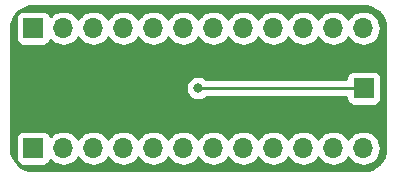
<source format=gbl>
G04 #@! TF.GenerationSoftware,KiCad,Pcbnew,(5.1.4-6-g300381ba4)-1*
G04 #@! TF.CreationDate,2019-11-22T10:46:46+00:00*
G04 #@! TF.ProjectId,qfn-24-breakout,71666e2d-3234-42d6-9272-65616b6f7574,rev?*
G04 #@! TF.SameCoordinates,Original*
G04 #@! TF.FileFunction,Copper,L2,Bot*
G04 #@! TF.FilePolarity,Positive*
%FSLAX46Y46*%
G04 Gerber Fmt 4.6, Leading zero omitted, Abs format (unit mm)*
G04 Created by KiCad (PCBNEW (5.1.4-6-g300381ba4)-1) date 2019-11-22 10:46:46*
%MOMM*%
%LPD*%
G04 APERTURE LIST*
%ADD10R,1.700000X1.700000*%
%ADD11O,1.700000X1.700000*%
%ADD12C,0.800000*%
%ADD13C,0.250000*%
%ADD14C,0.254000*%
G04 APERTURE END LIST*
D10*
X205800000Y-73660000D03*
D11*
X205740000Y-78740000D03*
X203200000Y-78740000D03*
X200660000Y-78740000D03*
X198120000Y-78740000D03*
X195580000Y-78740000D03*
X193040000Y-78740000D03*
X190500000Y-78740000D03*
X187960000Y-78740000D03*
X185420000Y-78740000D03*
X182880000Y-78740000D03*
X180340000Y-78740000D03*
D10*
X177800000Y-78740000D03*
X177800000Y-68580000D03*
D11*
X180340000Y-68580000D03*
X182880000Y-68580000D03*
X185420000Y-68580000D03*
X187960000Y-68580000D03*
X190500000Y-68580000D03*
X193040000Y-68580000D03*
X195580000Y-68580000D03*
X198120000Y-68580000D03*
X200660000Y-68580000D03*
X203200000Y-68580000D03*
X205740000Y-68580000D03*
D12*
X191770000Y-73660000D03*
D13*
X191770000Y-73660000D02*
X205800000Y-73660000D01*
D14*
G36*
X206104545Y-66738909D02*
G01*
X206455208Y-66844780D01*
X206778625Y-67016744D01*
X207062484Y-67248254D01*
X207295965Y-67530486D01*
X207470183Y-67852695D01*
X207578502Y-68202614D01*
X207620001Y-68597452D01*
X207620000Y-78707721D01*
X207581091Y-79104545D01*
X207475220Y-79455206D01*
X207303257Y-79778623D01*
X207071748Y-80062482D01*
X206789514Y-80295965D01*
X206467304Y-80470184D01*
X206117385Y-80578502D01*
X205722557Y-80620000D01*
X177832279Y-80620000D01*
X177435455Y-80581091D01*
X177084794Y-80475220D01*
X176761377Y-80303257D01*
X176477518Y-80071748D01*
X176244035Y-79789514D01*
X176069816Y-79467304D01*
X175961498Y-79117385D01*
X175920000Y-78722557D01*
X175920000Y-77890000D01*
X176311928Y-77890000D01*
X176311928Y-79590000D01*
X176324188Y-79714482D01*
X176360498Y-79834180D01*
X176419463Y-79944494D01*
X176498815Y-80041185D01*
X176595506Y-80120537D01*
X176705820Y-80179502D01*
X176825518Y-80215812D01*
X176950000Y-80228072D01*
X178650000Y-80228072D01*
X178774482Y-80215812D01*
X178894180Y-80179502D01*
X179004494Y-80120537D01*
X179101185Y-80041185D01*
X179180537Y-79944494D01*
X179239502Y-79834180D01*
X179260393Y-79765313D01*
X179284866Y-79795134D01*
X179510986Y-79980706D01*
X179768966Y-80118599D01*
X180048889Y-80203513D01*
X180267050Y-80225000D01*
X180412950Y-80225000D01*
X180631111Y-80203513D01*
X180911034Y-80118599D01*
X181169014Y-79980706D01*
X181395134Y-79795134D01*
X181580706Y-79569014D01*
X181610000Y-79514209D01*
X181639294Y-79569014D01*
X181824866Y-79795134D01*
X182050986Y-79980706D01*
X182308966Y-80118599D01*
X182588889Y-80203513D01*
X182807050Y-80225000D01*
X182952950Y-80225000D01*
X183171111Y-80203513D01*
X183451034Y-80118599D01*
X183709014Y-79980706D01*
X183935134Y-79795134D01*
X184120706Y-79569014D01*
X184150000Y-79514209D01*
X184179294Y-79569014D01*
X184364866Y-79795134D01*
X184590986Y-79980706D01*
X184848966Y-80118599D01*
X185128889Y-80203513D01*
X185347050Y-80225000D01*
X185492950Y-80225000D01*
X185711111Y-80203513D01*
X185991034Y-80118599D01*
X186249014Y-79980706D01*
X186475134Y-79795134D01*
X186660706Y-79569014D01*
X186690000Y-79514209D01*
X186719294Y-79569014D01*
X186904866Y-79795134D01*
X187130986Y-79980706D01*
X187388966Y-80118599D01*
X187668889Y-80203513D01*
X187887050Y-80225000D01*
X188032950Y-80225000D01*
X188251111Y-80203513D01*
X188531034Y-80118599D01*
X188789014Y-79980706D01*
X189015134Y-79795134D01*
X189200706Y-79569014D01*
X189230000Y-79514209D01*
X189259294Y-79569014D01*
X189444866Y-79795134D01*
X189670986Y-79980706D01*
X189928966Y-80118599D01*
X190208889Y-80203513D01*
X190427050Y-80225000D01*
X190572950Y-80225000D01*
X190791111Y-80203513D01*
X191071034Y-80118599D01*
X191329014Y-79980706D01*
X191555134Y-79795134D01*
X191740706Y-79569014D01*
X191770000Y-79514209D01*
X191799294Y-79569014D01*
X191984866Y-79795134D01*
X192210986Y-79980706D01*
X192468966Y-80118599D01*
X192748889Y-80203513D01*
X192967050Y-80225000D01*
X193112950Y-80225000D01*
X193331111Y-80203513D01*
X193611034Y-80118599D01*
X193869014Y-79980706D01*
X194095134Y-79795134D01*
X194280706Y-79569014D01*
X194310000Y-79514209D01*
X194339294Y-79569014D01*
X194524866Y-79795134D01*
X194750986Y-79980706D01*
X195008966Y-80118599D01*
X195288889Y-80203513D01*
X195507050Y-80225000D01*
X195652950Y-80225000D01*
X195871111Y-80203513D01*
X196151034Y-80118599D01*
X196409014Y-79980706D01*
X196635134Y-79795134D01*
X196820706Y-79569014D01*
X196850000Y-79514209D01*
X196879294Y-79569014D01*
X197064866Y-79795134D01*
X197290986Y-79980706D01*
X197548966Y-80118599D01*
X197828889Y-80203513D01*
X198047050Y-80225000D01*
X198192950Y-80225000D01*
X198411111Y-80203513D01*
X198691034Y-80118599D01*
X198949014Y-79980706D01*
X199175134Y-79795134D01*
X199360706Y-79569014D01*
X199390000Y-79514209D01*
X199419294Y-79569014D01*
X199604866Y-79795134D01*
X199830986Y-79980706D01*
X200088966Y-80118599D01*
X200368889Y-80203513D01*
X200587050Y-80225000D01*
X200732950Y-80225000D01*
X200951111Y-80203513D01*
X201231034Y-80118599D01*
X201489014Y-79980706D01*
X201715134Y-79795134D01*
X201900706Y-79569014D01*
X201930000Y-79514209D01*
X201959294Y-79569014D01*
X202144866Y-79795134D01*
X202370986Y-79980706D01*
X202628966Y-80118599D01*
X202908889Y-80203513D01*
X203127050Y-80225000D01*
X203272950Y-80225000D01*
X203491111Y-80203513D01*
X203771034Y-80118599D01*
X204029014Y-79980706D01*
X204255134Y-79795134D01*
X204440706Y-79569014D01*
X204470000Y-79514209D01*
X204499294Y-79569014D01*
X204684866Y-79795134D01*
X204910986Y-79980706D01*
X205168966Y-80118599D01*
X205448889Y-80203513D01*
X205667050Y-80225000D01*
X205812950Y-80225000D01*
X206031111Y-80203513D01*
X206311034Y-80118599D01*
X206569014Y-79980706D01*
X206795134Y-79795134D01*
X206980706Y-79569014D01*
X207118599Y-79311034D01*
X207203513Y-79031111D01*
X207232185Y-78740000D01*
X207203513Y-78448889D01*
X207118599Y-78168966D01*
X206980706Y-77910986D01*
X206795134Y-77684866D01*
X206569014Y-77499294D01*
X206311034Y-77361401D01*
X206031111Y-77276487D01*
X205812950Y-77255000D01*
X205667050Y-77255000D01*
X205448889Y-77276487D01*
X205168966Y-77361401D01*
X204910986Y-77499294D01*
X204684866Y-77684866D01*
X204499294Y-77910986D01*
X204470000Y-77965791D01*
X204440706Y-77910986D01*
X204255134Y-77684866D01*
X204029014Y-77499294D01*
X203771034Y-77361401D01*
X203491111Y-77276487D01*
X203272950Y-77255000D01*
X203127050Y-77255000D01*
X202908889Y-77276487D01*
X202628966Y-77361401D01*
X202370986Y-77499294D01*
X202144866Y-77684866D01*
X201959294Y-77910986D01*
X201930000Y-77965791D01*
X201900706Y-77910986D01*
X201715134Y-77684866D01*
X201489014Y-77499294D01*
X201231034Y-77361401D01*
X200951111Y-77276487D01*
X200732950Y-77255000D01*
X200587050Y-77255000D01*
X200368889Y-77276487D01*
X200088966Y-77361401D01*
X199830986Y-77499294D01*
X199604866Y-77684866D01*
X199419294Y-77910986D01*
X199390000Y-77965791D01*
X199360706Y-77910986D01*
X199175134Y-77684866D01*
X198949014Y-77499294D01*
X198691034Y-77361401D01*
X198411111Y-77276487D01*
X198192950Y-77255000D01*
X198047050Y-77255000D01*
X197828889Y-77276487D01*
X197548966Y-77361401D01*
X197290986Y-77499294D01*
X197064866Y-77684866D01*
X196879294Y-77910986D01*
X196850000Y-77965791D01*
X196820706Y-77910986D01*
X196635134Y-77684866D01*
X196409014Y-77499294D01*
X196151034Y-77361401D01*
X195871111Y-77276487D01*
X195652950Y-77255000D01*
X195507050Y-77255000D01*
X195288889Y-77276487D01*
X195008966Y-77361401D01*
X194750986Y-77499294D01*
X194524866Y-77684866D01*
X194339294Y-77910986D01*
X194310000Y-77965791D01*
X194280706Y-77910986D01*
X194095134Y-77684866D01*
X193869014Y-77499294D01*
X193611034Y-77361401D01*
X193331111Y-77276487D01*
X193112950Y-77255000D01*
X192967050Y-77255000D01*
X192748889Y-77276487D01*
X192468966Y-77361401D01*
X192210986Y-77499294D01*
X191984866Y-77684866D01*
X191799294Y-77910986D01*
X191770000Y-77965791D01*
X191740706Y-77910986D01*
X191555134Y-77684866D01*
X191329014Y-77499294D01*
X191071034Y-77361401D01*
X190791111Y-77276487D01*
X190572950Y-77255000D01*
X190427050Y-77255000D01*
X190208889Y-77276487D01*
X189928966Y-77361401D01*
X189670986Y-77499294D01*
X189444866Y-77684866D01*
X189259294Y-77910986D01*
X189230000Y-77965791D01*
X189200706Y-77910986D01*
X189015134Y-77684866D01*
X188789014Y-77499294D01*
X188531034Y-77361401D01*
X188251111Y-77276487D01*
X188032950Y-77255000D01*
X187887050Y-77255000D01*
X187668889Y-77276487D01*
X187388966Y-77361401D01*
X187130986Y-77499294D01*
X186904866Y-77684866D01*
X186719294Y-77910986D01*
X186690000Y-77965791D01*
X186660706Y-77910986D01*
X186475134Y-77684866D01*
X186249014Y-77499294D01*
X185991034Y-77361401D01*
X185711111Y-77276487D01*
X185492950Y-77255000D01*
X185347050Y-77255000D01*
X185128889Y-77276487D01*
X184848966Y-77361401D01*
X184590986Y-77499294D01*
X184364866Y-77684866D01*
X184179294Y-77910986D01*
X184150000Y-77965791D01*
X184120706Y-77910986D01*
X183935134Y-77684866D01*
X183709014Y-77499294D01*
X183451034Y-77361401D01*
X183171111Y-77276487D01*
X182952950Y-77255000D01*
X182807050Y-77255000D01*
X182588889Y-77276487D01*
X182308966Y-77361401D01*
X182050986Y-77499294D01*
X181824866Y-77684866D01*
X181639294Y-77910986D01*
X181610000Y-77965791D01*
X181580706Y-77910986D01*
X181395134Y-77684866D01*
X181169014Y-77499294D01*
X180911034Y-77361401D01*
X180631111Y-77276487D01*
X180412950Y-77255000D01*
X180267050Y-77255000D01*
X180048889Y-77276487D01*
X179768966Y-77361401D01*
X179510986Y-77499294D01*
X179284866Y-77684866D01*
X179260393Y-77714687D01*
X179239502Y-77645820D01*
X179180537Y-77535506D01*
X179101185Y-77438815D01*
X179004494Y-77359463D01*
X178894180Y-77300498D01*
X178774482Y-77264188D01*
X178650000Y-77251928D01*
X176950000Y-77251928D01*
X176825518Y-77264188D01*
X176705820Y-77300498D01*
X176595506Y-77359463D01*
X176498815Y-77438815D01*
X176419463Y-77535506D01*
X176360498Y-77645820D01*
X176324188Y-77765518D01*
X176311928Y-77890000D01*
X175920000Y-77890000D01*
X175920000Y-73558061D01*
X190735000Y-73558061D01*
X190735000Y-73761939D01*
X190774774Y-73961898D01*
X190852795Y-74150256D01*
X190966063Y-74319774D01*
X191110226Y-74463937D01*
X191279744Y-74577205D01*
X191468102Y-74655226D01*
X191668061Y-74695000D01*
X191871939Y-74695000D01*
X192071898Y-74655226D01*
X192260256Y-74577205D01*
X192429774Y-74463937D01*
X192473711Y-74420000D01*
X204311928Y-74420000D01*
X204311928Y-74510000D01*
X204324188Y-74634482D01*
X204360498Y-74754180D01*
X204419463Y-74864494D01*
X204498815Y-74961185D01*
X204595506Y-75040537D01*
X204705820Y-75099502D01*
X204825518Y-75135812D01*
X204950000Y-75148072D01*
X206650000Y-75148072D01*
X206774482Y-75135812D01*
X206894180Y-75099502D01*
X207004494Y-75040537D01*
X207101185Y-74961185D01*
X207180537Y-74864494D01*
X207239502Y-74754180D01*
X207275812Y-74634482D01*
X207288072Y-74510000D01*
X207288072Y-72810000D01*
X207275812Y-72685518D01*
X207239502Y-72565820D01*
X207180537Y-72455506D01*
X207101185Y-72358815D01*
X207004494Y-72279463D01*
X206894180Y-72220498D01*
X206774482Y-72184188D01*
X206650000Y-72171928D01*
X204950000Y-72171928D01*
X204825518Y-72184188D01*
X204705820Y-72220498D01*
X204595506Y-72279463D01*
X204498815Y-72358815D01*
X204419463Y-72455506D01*
X204360498Y-72565820D01*
X204324188Y-72685518D01*
X204311928Y-72810000D01*
X204311928Y-72900000D01*
X192473711Y-72900000D01*
X192429774Y-72856063D01*
X192260256Y-72742795D01*
X192071898Y-72664774D01*
X191871939Y-72625000D01*
X191668061Y-72625000D01*
X191468102Y-72664774D01*
X191279744Y-72742795D01*
X191110226Y-72856063D01*
X190966063Y-73000226D01*
X190852795Y-73169744D01*
X190774774Y-73358102D01*
X190735000Y-73558061D01*
X175920000Y-73558061D01*
X175920000Y-68612279D01*
X175958909Y-68215455D01*
X176064780Y-67864792D01*
X176136450Y-67730000D01*
X176311928Y-67730000D01*
X176311928Y-69430000D01*
X176324188Y-69554482D01*
X176360498Y-69674180D01*
X176419463Y-69784494D01*
X176498815Y-69881185D01*
X176595506Y-69960537D01*
X176705820Y-70019502D01*
X176825518Y-70055812D01*
X176950000Y-70068072D01*
X178650000Y-70068072D01*
X178774482Y-70055812D01*
X178894180Y-70019502D01*
X179004494Y-69960537D01*
X179101185Y-69881185D01*
X179180537Y-69784494D01*
X179239502Y-69674180D01*
X179260393Y-69605313D01*
X179284866Y-69635134D01*
X179510986Y-69820706D01*
X179768966Y-69958599D01*
X180048889Y-70043513D01*
X180267050Y-70065000D01*
X180412950Y-70065000D01*
X180631111Y-70043513D01*
X180911034Y-69958599D01*
X181169014Y-69820706D01*
X181395134Y-69635134D01*
X181580706Y-69409014D01*
X181610000Y-69354209D01*
X181639294Y-69409014D01*
X181824866Y-69635134D01*
X182050986Y-69820706D01*
X182308966Y-69958599D01*
X182588889Y-70043513D01*
X182807050Y-70065000D01*
X182952950Y-70065000D01*
X183171111Y-70043513D01*
X183451034Y-69958599D01*
X183709014Y-69820706D01*
X183935134Y-69635134D01*
X184120706Y-69409014D01*
X184150000Y-69354209D01*
X184179294Y-69409014D01*
X184364866Y-69635134D01*
X184590986Y-69820706D01*
X184848966Y-69958599D01*
X185128889Y-70043513D01*
X185347050Y-70065000D01*
X185492950Y-70065000D01*
X185711111Y-70043513D01*
X185991034Y-69958599D01*
X186249014Y-69820706D01*
X186475134Y-69635134D01*
X186660706Y-69409014D01*
X186690000Y-69354209D01*
X186719294Y-69409014D01*
X186904866Y-69635134D01*
X187130986Y-69820706D01*
X187388966Y-69958599D01*
X187668889Y-70043513D01*
X187887050Y-70065000D01*
X188032950Y-70065000D01*
X188251111Y-70043513D01*
X188531034Y-69958599D01*
X188789014Y-69820706D01*
X189015134Y-69635134D01*
X189200706Y-69409014D01*
X189230000Y-69354209D01*
X189259294Y-69409014D01*
X189444866Y-69635134D01*
X189670986Y-69820706D01*
X189928966Y-69958599D01*
X190208889Y-70043513D01*
X190427050Y-70065000D01*
X190572950Y-70065000D01*
X190791111Y-70043513D01*
X191071034Y-69958599D01*
X191329014Y-69820706D01*
X191555134Y-69635134D01*
X191740706Y-69409014D01*
X191770000Y-69354209D01*
X191799294Y-69409014D01*
X191984866Y-69635134D01*
X192210986Y-69820706D01*
X192468966Y-69958599D01*
X192748889Y-70043513D01*
X192967050Y-70065000D01*
X193112950Y-70065000D01*
X193331111Y-70043513D01*
X193611034Y-69958599D01*
X193869014Y-69820706D01*
X194095134Y-69635134D01*
X194280706Y-69409014D01*
X194310000Y-69354209D01*
X194339294Y-69409014D01*
X194524866Y-69635134D01*
X194750986Y-69820706D01*
X195008966Y-69958599D01*
X195288889Y-70043513D01*
X195507050Y-70065000D01*
X195652950Y-70065000D01*
X195871111Y-70043513D01*
X196151034Y-69958599D01*
X196409014Y-69820706D01*
X196635134Y-69635134D01*
X196820706Y-69409014D01*
X196850000Y-69354209D01*
X196879294Y-69409014D01*
X197064866Y-69635134D01*
X197290986Y-69820706D01*
X197548966Y-69958599D01*
X197828889Y-70043513D01*
X198047050Y-70065000D01*
X198192950Y-70065000D01*
X198411111Y-70043513D01*
X198691034Y-69958599D01*
X198949014Y-69820706D01*
X199175134Y-69635134D01*
X199360706Y-69409014D01*
X199390000Y-69354209D01*
X199419294Y-69409014D01*
X199604866Y-69635134D01*
X199830986Y-69820706D01*
X200088966Y-69958599D01*
X200368889Y-70043513D01*
X200587050Y-70065000D01*
X200732950Y-70065000D01*
X200951111Y-70043513D01*
X201231034Y-69958599D01*
X201489014Y-69820706D01*
X201715134Y-69635134D01*
X201900706Y-69409014D01*
X201930000Y-69354209D01*
X201959294Y-69409014D01*
X202144866Y-69635134D01*
X202370986Y-69820706D01*
X202628966Y-69958599D01*
X202908889Y-70043513D01*
X203127050Y-70065000D01*
X203272950Y-70065000D01*
X203491111Y-70043513D01*
X203771034Y-69958599D01*
X204029014Y-69820706D01*
X204255134Y-69635134D01*
X204440706Y-69409014D01*
X204470000Y-69354209D01*
X204499294Y-69409014D01*
X204684866Y-69635134D01*
X204910986Y-69820706D01*
X205168966Y-69958599D01*
X205448889Y-70043513D01*
X205667050Y-70065000D01*
X205812950Y-70065000D01*
X206031111Y-70043513D01*
X206311034Y-69958599D01*
X206569014Y-69820706D01*
X206795134Y-69635134D01*
X206980706Y-69409014D01*
X207118599Y-69151034D01*
X207203513Y-68871111D01*
X207232185Y-68580000D01*
X207203513Y-68288889D01*
X207118599Y-68008966D01*
X206980706Y-67750986D01*
X206795134Y-67524866D01*
X206569014Y-67339294D01*
X206311034Y-67201401D01*
X206031111Y-67116487D01*
X205812950Y-67095000D01*
X205667050Y-67095000D01*
X205448889Y-67116487D01*
X205168966Y-67201401D01*
X204910986Y-67339294D01*
X204684866Y-67524866D01*
X204499294Y-67750986D01*
X204470000Y-67805791D01*
X204440706Y-67750986D01*
X204255134Y-67524866D01*
X204029014Y-67339294D01*
X203771034Y-67201401D01*
X203491111Y-67116487D01*
X203272950Y-67095000D01*
X203127050Y-67095000D01*
X202908889Y-67116487D01*
X202628966Y-67201401D01*
X202370986Y-67339294D01*
X202144866Y-67524866D01*
X201959294Y-67750986D01*
X201930000Y-67805791D01*
X201900706Y-67750986D01*
X201715134Y-67524866D01*
X201489014Y-67339294D01*
X201231034Y-67201401D01*
X200951111Y-67116487D01*
X200732950Y-67095000D01*
X200587050Y-67095000D01*
X200368889Y-67116487D01*
X200088966Y-67201401D01*
X199830986Y-67339294D01*
X199604866Y-67524866D01*
X199419294Y-67750986D01*
X199390000Y-67805791D01*
X199360706Y-67750986D01*
X199175134Y-67524866D01*
X198949014Y-67339294D01*
X198691034Y-67201401D01*
X198411111Y-67116487D01*
X198192950Y-67095000D01*
X198047050Y-67095000D01*
X197828889Y-67116487D01*
X197548966Y-67201401D01*
X197290986Y-67339294D01*
X197064866Y-67524866D01*
X196879294Y-67750986D01*
X196850000Y-67805791D01*
X196820706Y-67750986D01*
X196635134Y-67524866D01*
X196409014Y-67339294D01*
X196151034Y-67201401D01*
X195871111Y-67116487D01*
X195652950Y-67095000D01*
X195507050Y-67095000D01*
X195288889Y-67116487D01*
X195008966Y-67201401D01*
X194750986Y-67339294D01*
X194524866Y-67524866D01*
X194339294Y-67750986D01*
X194310000Y-67805791D01*
X194280706Y-67750986D01*
X194095134Y-67524866D01*
X193869014Y-67339294D01*
X193611034Y-67201401D01*
X193331111Y-67116487D01*
X193112950Y-67095000D01*
X192967050Y-67095000D01*
X192748889Y-67116487D01*
X192468966Y-67201401D01*
X192210986Y-67339294D01*
X191984866Y-67524866D01*
X191799294Y-67750986D01*
X191770000Y-67805791D01*
X191740706Y-67750986D01*
X191555134Y-67524866D01*
X191329014Y-67339294D01*
X191071034Y-67201401D01*
X190791111Y-67116487D01*
X190572950Y-67095000D01*
X190427050Y-67095000D01*
X190208889Y-67116487D01*
X189928966Y-67201401D01*
X189670986Y-67339294D01*
X189444866Y-67524866D01*
X189259294Y-67750986D01*
X189230000Y-67805791D01*
X189200706Y-67750986D01*
X189015134Y-67524866D01*
X188789014Y-67339294D01*
X188531034Y-67201401D01*
X188251111Y-67116487D01*
X188032950Y-67095000D01*
X187887050Y-67095000D01*
X187668889Y-67116487D01*
X187388966Y-67201401D01*
X187130986Y-67339294D01*
X186904866Y-67524866D01*
X186719294Y-67750986D01*
X186690000Y-67805791D01*
X186660706Y-67750986D01*
X186475134Y-67524866D01*
X186249014Y-67339294D01*
X185991034Y-67201401D01*
X185711111Y-67116487D01*
X185492950Y-67095000D01*
X185347050Y-67095000D01*
X185128889Y-67116487D01*
X184848966Y-67201401D01*
X184590986Y-67339294D01*
X184364866Y-67524866D01*
X184179294Y-67750986D01*
X184150000Y-67805791D01*
X184120706Y-67750986D01*
X183935134Y-67524866D01*
X183709014Y-67339294D01*
X183451034Y-67201401D01*
X183171111Y-67116487D01*
X182952950Y-67095000D01*
X182807050Y-67095000D01*
X182588889Y-67116487D01*
X182308966Y-67201401D01*
X182050986Y-67339294D01*
X181824866Y-67524866D01*
X181639294Y-67750986D01*
X181610000Y-67805791D01*
X181580706Y-67750986D01*
X181395134Y-67524866D01*
X181169014Y-67339294D01*
X180911034Y-67201401D01*
X180631111Y-67116487D01*
X180412950Y-67095000D01*
X180267050Y-67095000D01*
X180048889Y-67116487D01*
X179768966Y-67201401D01*
X179510986Y-67339294D01*
X179284866Y-67524866D01*
X179260393Y-67554687D01*
X179239502Y-67485820D01*
X179180537Y-67375506D01*
X179101185Y-67278815D01*
X179004494Y-67199463D01*
X178894180Y-67140498D01*
X178774482Y-67104188D01*
X178650000Y-67091928D01*
X176950000Y-67091928D01*
X176825518Y-67104188D01*
X176705820Y-67140498D01*
X176595506Y-67199463D01*
X176498815Y-67278815D01*
X176419463Y-67375506D01*
X176360498Y-67485820D01*
X176324188Y-67605518D01*
X176311928Y-67730000D01*
X176136450Y-67730000D01*
X176236744Y-67541375D01*
X176468254Y-67257516D01*
X176750486Y-67024035D01*
X177072695Y-66849817D01*
X177422614Y-66741498D01*
X177817443Y-66700000D01*
X205707721Y-66700000D01*
X206104545Y-66738909D01*
X206104545Y-66738909D01*
G37*
X206104545Y-66738909D02*
X206455208Y-66844780D01*
X206778625Y-67016744D01*
X207062484Y-67248254D01*
X207295965Y-67530486D01*
X207470183Y-67852695D01*
X207578502Y-68202614D01*
X207620001Y-68597452D01*
X207620000Y-78707721D01*
X207581091Y-79104545D01*
X207475220Y-79455206D01*
X207303257Y-79778623D01*
X207071748Y-80062482D01*
X206789514Y-80295965D01*
X206467304Y-80470184D01*
X206117385Y-80578502D01*
X205722557Y-80620000D01*
X177832279Y-80620000D01*
X177435455Y-80581091D01*
X177084794Y-80475220D01*
X176761377Y-80303257D01*
X176477518Y-80071748D01*
X176244035Y-79789514D01*
X176069816Y-79467304D01*
X175961498Y-79117385D01*
X175920000Y-78722557D01*
X175920000Y-77890000D01*
X176311928Y-77890000D01*
X176311928Y-79590000D01*
X176324188Y-79714482D01*
X176360498Y-79834180D01*
X176419463Y-79944494D01*
X176498815Y-80041185D01*
X176595506Y-80120537D01*
X176705820Y-80179502D01*
X176825518Y-80215812D01*
X176950000Y-80228072D01*
X178650000Y-80228072D01*
X178774482Y-80215812D01*
X178894180Y-80179502D01*
X179004494Y-80120537D01*
X179101185Y-80041185D01*
X179180537Y-79944494D01*
X179239502Y-79834180D01*
X179260393Y-79765313D01*
X179284866Y-79795134D01*
X179510986Y-79980706D01*
X179768966Y-80118599D01*
X180048889Y-80203513D01*
X180267050Y-80225000D01*
X180412950Y-80225000D01*
X180631111Y-80203513D01*
X180911034Y-80118599D01*
X181169014Y-79980706D01*
X181395134Y-79795134D01*
X181580706Y-79569014D01*
X181610000Y-79514209D01*
X181639294Y-79569014D01*
X181824866Y-79795134D01*
X182050986Y-79980706D01*
X182308966Y-80118599D01*
X182588889Y-80203513D01*
X182807050Y-80225000D01*
X182952950Y-80225000D01*
X183171111Y-80203513D01*
X183451034Y-80118599D01*
X183709014Y-79980706D01*
X183935134Y-79795134D01*
X184120706Y-79569014D01*
X184150000Y-79514209D01*
X184179294Y-79569014D01*
X184364866Y-79795134D01*
X184590986Y-79980706D01*
X184848966Y-80118599D01*
X185128889Y-80203513D01*
X185347050Y-80225000D01*
X185492950Y-80225000D01*
X185711111Y-80203513D01*
X185991034Y-80118599D01*
X186249014Y-79980706D01*
X186475134Y-79795134D01*
X186660706Y-79569014D01*
X186690000Y-79514209D01*
X186719294Y-79569014D01*
X186904866Y-79795134D01*
X187130986Y-79980706D01*
X187388966Y-80118599D01*
X187668889Y-80203513D01*
X187887050Y-80225000D01*
X188032950Y-80225000D01*
X188251111Y-80203513D01*
X188531034Y-80118599D01*
X188789014Y-79980706D01*
X189015134Y-79795134D01*
X189200706Y-79569014D01*
X189230000Y-79514209D01*
X189259294Y-79569014D01*
X189444866Y-79795134D01*
X189670986Y-79980706D01*
X189928966Y-80118599D01*
X190208889Y-80203513D01*
X190427050Y-80225000D01*
X190572950Y-80225000D01*
X190791111Y-80203513D01*
X191071034Y-80118599D01*
X191329014Y-79980706D01*
X191555134Y-79795134D01*
X191740706Y-79569014D01*
X191770000Y-79514209D01*
X191799294Y-79569014D01*
X191984866Y-79795134D01*
X192210986Y-79980706D01*
X192468966Y-80118599D01*
X192748889Y-80203513D01*
X192967050Y-80225000D01*
X193112950Y-80225000D01*
X193331111Y-80203513D01*
X193611034Y-80118599D01*
X193869014Y-79980706D01*
X194095134Y-79795134D01*
X194280706Y-79569014D01*
X194310000Y-79514209D01*
X194339294Y-79569014D01*
X194524866Y-79795134D01*
X194750986Y-79980706D01*
X195008966Y-80118599D01*
X195288889Y-80203513D01*
X195507050Y-80225000D01*
X195652950Y-80225000D01*
X195871111Y-80203513D01*
X196151034Y-80118599D01*
X196409014Y-79980706D01*
X196635134Y-79795134D01*
X196820706Y-79569014D01*
X196850000Y-79514209D01*
X196879294Y-79569014D01*
X197064866Y-79795134D01*
X197290986Y-79980706D01*
X197548966Y-80118599D01*
X197828889Y-80203513D01*
X198047050Y-80225000D01*
X198192950Y-80225000D01*
X198411111Y-80203513D01*
X198691034Y-80118599D01*
X198949014Y-79980706D01*
X199175134Y-79795134D01*
X199360706Y-79569014D01*
X199390000Y-79514209D01*
X199419294Y-79569014D01*
X199604866Y-79795134D01*
X199830986Y-79980706D01*
X200088966Y-80118599D01*
X200368889Y-80203513D01*
X200587050Y-80225000D01*
X200732950Y-80225000D01*
X200951111Y-80203513D01*
X201231034Y-80118599D01*
X201489014Y-79980706D01*
X201715134Y-79795134D01*
X201900706Y-79569014D01*
X201930000Y-79514209D01*
X201959294Y-79569014D01*
X202144866Y-79795134D01*
X202370986Y-79980706D01*
X202628966Y-80118599D01*
X202908889Y-80203513D01*
X203127050Y-80225000D01*
X203272950Y-80225000D01*
X203491111Y-80203513D01*
X203771034Y-80118599D01*
X204029014Y-79980706D01*
X204255134Y-79795134D01*
X204440706Y-79569014D01*
X204470000Y-79514209D01*
X204499294Y-79569014D01*
X204684866Y-79795134D01*
X204910986Y-79980706D01*
X205168966Y-80118599D01*
X205448889Y-80203513D01*
X205667050Y-80225000D01*
X205812950Y-80225000D01*
X206031111Y-80203513D01*
X206311034Y-80118599D01*
X206569014Y-79980706D01*
X206795134Y-79795134D01*
X206980706Y-79569014D01*
X207118599Y-79311034D01*
X207203513Y-79031111D01*
X207232185Y-78740000D01*
X207203513Y-78448889D01*
X207118599Y-78168966D01*
X206980706Y-77910986D01*
X206795134Y-77684866D01*
X206569014Y-77499294D01*
X206311034Y-77361401D01*
X206031111Y-77276487D01*
X205812950Y-77255000D01*
X205667050Y-77255000D01*
X205448889Y-77276487D01*
X205168966Y-77361401D01*
X204910986Y-77499294D01*
X204684866Y-77684866D01*
X204499294Y-77910986D01*
X204470000Y-77965791D01*
X204440706Y-77910986D01*
X204255134Y-77684866D01*
X204029014Y-77499294D01*
X203771034Y-77361401D01*
X203491111Y-77276487D01*
X203272950Y-77255000D01*
X203127050Y-77255000D01*
X202908889Y-77276487D01*
X202628966Y-77361401D01*
X202370986Y-77499294D01*
X202144866Y-77684866D01*
X201959294Y-77910986D01*
X201930000Y-77965791D01*
X201900706Y-77910986D01*
X201715134Y-77684866D01*
X201489014Y-77499294D01*
X201231034Y-77361401D01*
X200951111Y-77276487D01*
X200732950Y-77255000D01*
X200587050Y-77255000D01*
X200368889Y-77276487D01*
X200088966Y-77361401D01*
X199830986Y-77499294D01*
X199604866Y-77684866D01*
X199419294Y-77910986D01*
X199390000Y-77965791D01*
X199360706Y-77910986D01*
X199175134Y-77684866D01*
X198949014Y-77499294D01*
X198691034Y-77361401D01*
X198411111Y-77276487D01*
X198192950Y-77255000D01*
X198047050Y-77255000D01*
X197828889Y-77276487D01*
X197548966Y-77361401D01*
X197290986Y-77499294D01*
X197064866Y-77684866D01*
X196879294Y-77910986D01*
X196850000Y-77965791D01*
X196820706Y-77910986D01*
X196635134Y-77684866D01*
X196409014Y-77499294D01*
X196151034Y-77361401D01*
X195871111Y-77276487D01*
X195652950Y-77255000D01*
X195507050Y-77255000D01*
X195288889Y-77276487D01*
X195008966Y-77361401D01*
X194750986Y-77499294D01*
X194524866Y-77684866D01*
X194339294Y-77910986D01*
X194310000Y-77965791D01*
X194280706Y-77910986D01*
X194095134Y-77684866D01*
X193869014Y-77499294D01*
X193611034Y-77361401D01*
X193331111Y-77276487D01*
X193112950Y-77255000D01*
X192967050Y-77255000D01*
X192748889Y-77276487D01*
X192468966Y-77361401D01*
X192210986Y-77499294D01*
X191984866Y-77684866D01*
X191799294Y-77910986D01*
X191770000Y-77965791D01*
X191740706Y-77910986D01*
X191555134Y-77684866D01*
X191329014Y-77499294D01*
X191071034Y-77361401D01*
X190791111Y-77276487D01*
X190572950Y-77255000D01*
X190427050Y-77255000D01*
X190208889Y-77276487D01*
X189928966Y-77361401D01*
X189670986Y-77499294D01*
X189444866Y-77684866D01*
X189259294Y-77910986D01*
X189230000Y-77965791D01*
X189200706Y-77910986D01*
X189015134Y-77684866D01*
X188789014Y-77499294D01*
X188531034Y-77361401D01*
X188251111Y-77276487D01*
X188032950Y-77255000D01*
X187887050Y-77255000D01*
X187668889Y-77276487D01*
X187388966Y-77361401D01*
X187130986Y-77499294D01*
X186904866Y-77684866D01*
X186719294Y-77910986D01*
X186690000Y-77965791D01*
X186660706Y-77910986D01*
X186475134Y-77684866D01*
X186249014Y-77499294D01*
X185991034Y-77361401D01*
X185711111Y-77276487D01*
X185492950Y-77255000D01*
X185347050Y-77255000D01*
X185128889Y-77276487D01*
X184848966Y-77361401D01*
X184590986Y-77499294D01*
X184364866Y-77684866D01*
X184179294Y-77910986D01*
X184150000Y-77965791D01*
X184120706Y-77910986D01*
X183935134Y-77684866D01*
X183709014Y-77499294D01*
X183451034Y-77361401D01*
X183171111Y-77276487D01*
X182952950Y-77255000D01*
X182807050Y-77255000D01*
X182588889Y-77276487D01*
X182308966Y-77361401D01*
X182050986Y-77499294D01*
X181824866Y-77684866D01*
X181639294Y-77910986D01*
X181610000Y-77965791D01*
X181580706Y-77910986D01*
X181395134Y-77684866D01*
X181169014Y-77499294D01*
X180911034Y-77361401D01*
X180631111Y-77276487D01*
X180412950Y-77255000D01*
X180267050Y-77255000D01*
X180048889Y-77276487D01*
X179768966Y-77361401D01*
X179510986Y-77499294D01*
X179284866Y-77684866D01*
X179260393Y-77714687D01*
X179239502Y-77645820D01*
X179180537Y-77535506D01*
X179101185Y-77438815D01*
X179004494Y-77359463D01*
X178894180Y-77300498D01*
X178774482Y-77264188D01*
X178650000Y-77251928D01*
X176950000Y-77251928D01*
X176825518Y-77264188D01*
X176705820Y-77300498D01*
X176595506Y-77359463D01*
X176498815Y-77438815D01*
X176419463Y-77535506D01*
X176360498Y-77645820D01*
X176324188Y-77765518D01*
X176311928Y-77890000D01*
X175920000Y-77890000D01*
X175920000Y-73558061D01*
X190735000Y-73558061D01*
X190735000Y-73761939D01*
X190774774Y-73961898D01*
X190852795Y-74150256D01*
X190966063Y-74319774D01*
X191110226Y-74463937D01*
X191279744Y-74577205D01*
X191468102Y-74655226D01*
X191668061Y-74695000D01*
X191871939Y-74695000D01*
X192071898Y-74655226D01*
X192260256Y-74577205D01*
X192429774Y-74463937D01*
X192473711Y-74420000D01*
X204311928Y-74420000D01*
X204311928Y-74510000D01*
X204324188Y-74634482D01*
X204360498Y-74754180D01*
X204419463Y-74864494D01*
X204498815Y-74961185D01*
X204595506Y-75040537D01*
X204705820Y-75099502D01*
X204825518Y-75135812D01*
X204950000Y-75148072D01*
X206650000Y-75148072D01*
X206774482Y-75135812D01*
X206894180Y-75099502D01*
X207004494Y-75040537D01*
X207101185Y-74961185D01*
X207180537Y-74864494D01*
X207239502Y-74754180D01*
X207275812Y-74634482D01*
X207288072Y-74510000D01*
X207288072Y-72810000D01*
X207275812Y-72685518D01*
X207239502Y-72565820D01*
X207180537Y-72455506D01*
X207101185Y-72358815D01*
X207004494Y-72279463D01*
X206894180Y-72220498D01*
X206774482Y-72184188D01*
X206650000Y-72171928D01*
X204950000Y-72171928D01*
X204825518Y-72184188D01*
X204705820Y-72220498D01*
X204595506Y-72279463D01*
X204498815Y-72358815D01*
X204419463Y-72455506D01*
X204360498Y-72565820D01*
X204324188Y-72685518D01*
X204311928Y-72810000D01*
X204311928Y-72900000D01*
X192473711Y-72900000D01*
X192429774Y-72856063D01*
X192260256Y-72742795D01*
X192071898Y-72664774D01*
X191871939Y-72625000D01*
X191668061Y-72625000D01*
X191468102Y-72664774D01*
X191279744Y-72742795D01*
X191110226Y-72856063D01*
X190966063Y-73000226D01*
X190852795Y-73169744D01*
X190774774Y-73358102D01*
X190735000Y-73558061D01*
X175920000Y-73558061D01*
X175920000Y-68612279D01*
X175958909Y-68215455D01*
X176064780Y-67864792D01*
X176136450Y-67730000D01*
X176311928Y-67730000D01*
X176311928Y-69430000D01*
X176324188Y-69554482D01*
X176360498Y-69674180D01*
X176419463Y-69784494D01*
X176498815Y-69881185D01*
X176595506Y-69960537D01*
X176705820Y-70019502D01*
X176825518Y-70055812D01*
X176950000Y-70068072D01*
X178650000Y-70068072D01*
X178774482Y-70055812D01*
X178894180Y-70019502D01*
X179004494Y-69960537D01*
X179101185Y-69881185D01*
X179180537Y-69784494D01*
X179239502Y-69674180D01*
X179260393Y-69605313D01*
X179284866Y-69635134D01*
X179510986Y-69820706D01*
X179768966Y-69958599D01*
X180048889Y-70043513D01*
X180267050Y-70065000D01*
X180412950Y-70065000D01*
X180631111Y-70043513D01*
X180911034Y-69958599D01*
X181169014Y-69820706D01*
X181395134Y-69635134D01*
X181580706Y-69409014D01*
X181610000Y-69354209D01*
X181639294Y-69409014D01*
X181824866Y-69635134D01*
X182050986Y-69820706D01*
X182308966Y-69958599D01*
X182588889Y-70043513D01*
X182807050Y-70065000D01*
X182952950Y-70065000D01*
X183171111Y-70043513D01*
X183451034Y-69958599D01*
X183709014Y-69820706D01*
X183935134Y-69635134D01*
X184120706Y-69409014D01*
X184150000Y-69354209D01*
X184179294Y-69409014D01*
X184364866Y-69635134D01*
X184590986Y-69820706D01*
X184848966Y-69958599D01*
X185128889Y-70043513D01*
X185347050Y-70065000D01*
X185492950Y-70065000D01*
X185711111Y-70043513D01*
X185991034Y-69958599D01*
X186249014Y-69820706D01*
X186475134Y-69635134D01*
X186660706Y-69409014D01*
X186690000Y-69354209D01*
X186719294Y-69409014D01*
X186904866Y-69635134D01*
X187130986Y-69820706D01*
X187388966Y-69958599D01*
X187668889Y-70043513D01*
X187887050Y-70065000D01*
X188032950Y-70065000D01*
X188251111Y-70043513D01*
X188531034Y-69958599D01*
X188789014Y-69820706D01*
X189015134Y-69635134D01*
X189200706Y-69409014D01*
X189230000Y-69354209D01*
X189259294Y-69409014D01*
X189444866Y-69635134D01*
X189670986Y-69820706D01*
X189928966Y-69958599D01*
X190208889Y-70043513D01*
X190427050Y-70065000D01*
X190572950Y-70065000D01*
X190791111Y-70043513D01*
X191071034Y-69958599D01*
X191329014Y-69820706D01*
X191555134Y-69635134D01*
X191740706Y-69409014D01*
X191770000Y-69354209D01*
X191799294Y-69409014D01*
X191984866Y-69635134D01*
X192210986Y-69820706D01*
X192468966Y-69958599D01*
X192748889Y-70043513D01*
X192967050Y-70065000D01*
X193112950Y-70065000D01*
X193331111Y-70043513D01*
X193611034Y-69958599D01*
X193869014Y-69820706D01*
X194095134Y-69635134D01*
X194280706Y-69409014D01*
X194310000Y-69354209D01*
X194339294Y-69409014D01*
X194524866Y-69635134D01*
X194750986Y-69820706D01*
X195008966Y-69958599D01*
X195288889Y-70043513D01*
X195507050Y-70065000D01*
X195652950Y-70065000D01*
X195871111Y-70043513D01*
X196151034Y-69958599D01*
X196409014Y-69820706D01*
X196635134Y-69635134D01*
X196820706Y-69409014D01*
X196850000Y-69354209D01*
X196879294Y-69409014D01*
X197064866Y-69635134D01*
X197290986Y-69820706D01*
X197548966Y-69958599D01*
X197828889Y-70043513D01*
X198047050Y-70065000D01*
X198192950Y-70065000D01*
X198411111Y-70043513D01*
X198691034Y-69958599D01*
X198949014Y-69820706D01*
X199175134Y-69635134D01*
X199360706Y-69409014D01*
X199390000Y-69354209D01*
X199419294Y-69409014D01*
X199604866Y-69635134D01*
X199830986Y-69820706D01*
X200088966Y-69958599D01*
X200368889Y-70043513D01*
X200587050Y-70065000D01*
X200732950Y-70065000D01*
X200951111Y-70043513D01*
X201231034Y-69958599D01*
X201489014Y-69820706D01*
X201715134Y-69635134D01*
X201900706Y-69409014D01*
X201930000Y-69354209D01*
X201959294Y-69409014D01*
X202144866Y-69635134D01*
X202370986Y-69820706D01*
X202628966Y-69958599D01*
X202908889Y-70043513D01*
X203127050Y-70065000D01*
X203272950Y-70065000D01*
X203491111Y-70043513D01*
X203771034Y-69958599D01*
X204029014Y-69820706D01*
X204255134Y-69635134D01*
X204440706Y-69409014D01*
X204470000Y-69354209D01*
X204499294Y-69409014D01*
X204684866Y-69635134D01*
X204910986Y-69820706D01*
X205168966Y-69958599D01*
X205448889Y-70043513D01*
X205667050Y-70065000D01*
X205812950Y-70065000D01*
X206031111Y-70043513D01*
X206311034Y-69958599D01*
X206569014Y-69820706D01*
X206795134Y-69635134D01*
X206980706Y-69409014D01*
X207118599Y-69151034D01*
X207203513Y-68871111D01*
X207232185Y-68580000D01*
X207203513Y-68288889D01*
X207118599Y-68008966D01*
X206980706Y-67750986D01*
X206795134Y-67524866D01*
X206569014Y-67339294D01*
X206311034Y-67201401D01*
X206031111Y-67116487D01*
X205812950Y-67095000D01*
X205667050Y-67095000D01*
X205448889Y-67116487D01*
X205168966Y-67201401D01*
X204910986Y-67339294D01*
X204684866Y-67524866D01*
X204499294Y-67750986D01*
X204470000Y-67805791D01*
X204440706Y-67750986D01*
X204255134Y-67524866D01*
X204029014Y-67339294D01*
X203771034Y-67201401D01*
X203491111Y-67116487D01*
X203272950Y-67095000D01*
X203127050Y-67095000D01*
X202908889Y-67116487D01*
X202628966Y-67201401D01*
X202370986Y-67339294D01*
X202144866Y-67524866D01*
X201959294Y-67750986D01*
X201930000Y-67805791D01*
X201900706Y-67750986D01*
X201715134Y-67524866D01*
X201489014Y-67339294D01*
X201231034Y-67201401D01*
X200951111Y-67116487D01*
X200732950Y-67095000D01*
X200587050Y-67095000D01*
X200368889Y-67116487D01*
X200088966Y-67201401D01*
X199830986Y-67339294D01*
X199604866Y-67524866D01*
X199419294Y-67750986D01*
X199390000Y-67805791D01*
X199360706Y-67750986D01*
X199175134Y-67524866D01*
X198949014Y-67339294D01*
X198691034Y-67201401D01*
X198411111Y-67116487D01*
X198192950Y-67095000D01*
X198047050Y-67095000D01*
X197828889Y-67116487D01*
X197548966Y-67201401D01*
X197290986Y-67339294D01*
X197064866Y-67524866D01*
X196879294Y-67750986D01*
X196850000Y-67805791D01*
X196820706Y-67750986D01*
X196635134Y-67524866D01*
X196409014Y-67339294D01*
X196151034Y-67201401D01*
X195871111Y-67116487D01*
X195652950Y-67095000D01*
X195507050Y-67095000D01*
X195288889Y-67116487D01*
X195008966Y-67201401D01*
X194750986Y-67339294D01*
X194524866Y-67524866D01*
X194339294Y-67750986D01*
X194310000Y-67805791D01*
X194280706Y-67750986D01*
X194095134Y-67524866D01*
X193869014Y-67339294D01*
X193611034Y-67201401D01*
X193331111Y-67116487D01*
X193112950Y-67095000D01*
X192967050Y-67095000D01*
X192748889Y-67116487D01*
X192468966Y-67201401D01*
X192210986Y-67339294D01*
X191984866Y-67524866D01*
X191799294Y-67750986D01*
X191770000Y-67805791D01*
X191740706Y-67750986D01*
X191555134Y-67524866D01*
X191329014Y-67339294D01*
X191071034Y-67201401D01*
X190791111Y-67116487D01*
X190572950Y-67095000D01*
X190427050Y-67095000D01*
X190208889Y-67116487D01*
X189928966Y-67201401D01*
X189670986Y-67339294D01*
X189444866Y-67524866D01*
X189259294Y-67750986D01*
X189230000Y-67805791D01*
X189200706Y-67750986D01*
X189015134Y-67524866D01*
X188789014Y-67339294D01*
X188531034Y-67201401D01*
X188251111Y-67116487D01*
X188032950Y-67095000D01*
X187887050Y-67095000D01*
X187668889Y-67116487D01*
X187388966Y-67201401D01*
X187130986Y-67339294D01*
X186904866Y-67524866D01*
X186719294Y-67750986D01*
X186690000Y-67805791D01*
X186660706Y-67750986D01*
X186475134Y-67524866D01*
X186249014Y-67339294D01*
X185991034Y-67201401D01*
X185711111Y-67116487D01*
X185492950Y-67095000D01*
X185347050Y-67095000D01*
X185128889Y-67116487D01*
X184848966Y-67201401D01*
X184590986Y-67339294D01*
X184364866Y-67524866D01*
X184179294Y-67750986D01*
X184150000Y-67805791D01*
X184120706Y-67750986D01*
X183935134Y-67524866D01*
X183709014Y-67339294D01*
X183451034Y-67201401D01*
X183171111Y-67116487D01*
X182952950Y-67095000D01*
X182807050Y-67095000D01*
X182588889Y-67116487D01*
X182308966Y-67201401D01*
X182050986Y-67339294D01*
X181824866Y-67524866D01*
X181639294Y-67750986D01*
X181610000Y-67805791D01*
X181580706Y-67750986D01*
X181395134Y-67524866D01*
X181169014Y-67339294D01*
X180911034Y-67201401D01*
X180631111Y-67116487D01*
X180412950Y-67095000D01*
X180267050Y-67095000D01*
X180048889Y-67116487D01*
X179768966Y-67201401D01*
X179510986Y-67339294D01*
X179284866Y-67524866D01*
X179260393Y-67554687D01*
X179239502Y-67485820D01*
X179180537Y-67375506D01*
X179101185Y-67278815D01*
X179004494Y-67199463D01*
X178894180Y-67140498D01*
X178774482Y-67104188D01*
X178650000Y-67091928D01*
X176950000Y-67091928D01*
X176825518Y-67104188D01*
X176705820Y-67140498D01*
X176595506Y-67199463D01*
X176498815Y-67278815D01*
X176419463Y-67375506D01*
X176360498Y-67485820D01*
X176324188Y-67605518D01*
X176311928Y-67730000D01*
X176136450Y-67730000D01*
X176236744Y-67541375D01*
X176468254Y-67257516D01*
X176750486Y-67024035D01*
X177072695Y-66849817D01*
X177422614Y-66741498D01*
X177817443Y-66700000D01*
X205707721Y-66700000D01*
X206104545Y-66738909D01*
M02*

</source>
